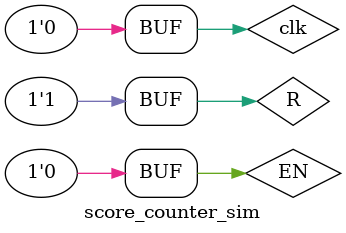
<source format=sv>
`timescale 1ns / 1ps


module score_counter_sim();

    logic clk, EN, R, at_max;
    logic [6:0] count;
    
    
    score_counter score_counter_inst ( .clk(clk), .reset(R), .EN(EN), .count(count), .at_max(at_max) );
    
    always
    begin
        clk=1;
        #3;
        clk=0;
        #3;
    end
    
    initial
    begin
        R = 0;
        EN = 1;
        #30
        
        R = 0;
        EN = 0;
        #20
        
        R = 1;
        EN = 0;
        #10
        
        
        $display("Finished");
    end
    
endmodule

</source>
